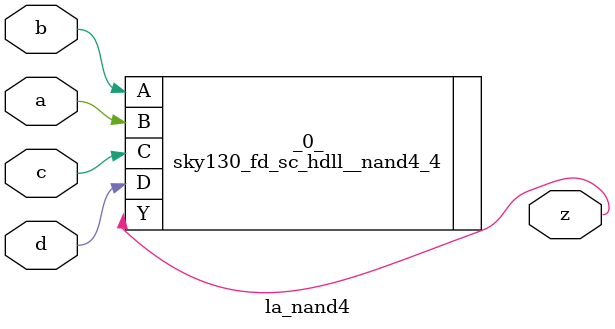
<source format=v>

/* Generated by Yosys 0.44 (git sha1 80ba43d26, g++ 11.4.0-1ubuntu1~22.04 -fPIC -O3) */

(* top =  1  *)
(* src = "generated" *)
module la_nand4 (
    a,
    b,
    c,
    d,
    z
);
  (* src = "generated" *)
  input a;
  wire a;
  (* src = "generated" *)
  input b;
  wire b;
  (* src = "generated" *)
  input c;
  wire c;
  (* src = "generated" *)
  input d;
  wire d;
  (* src = "generated" *)
  output z;
  wire z;
  sky130_fd_sc_hdll__nand4_4 _0_ (
      .A(b),
      .B(a),
      .C(c),
      .D(d),
      .Y(z)
  );
endmodule

</source>
